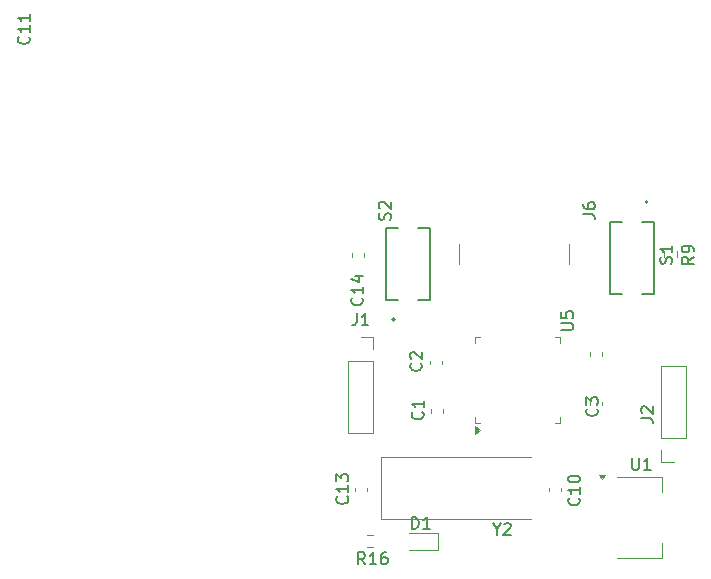
<source format=gbr>
%TF.GenerationSoftware,KiCad,Pcbnew,9.0.7*%
%TF.CreationDate,2026-02-19T19:24:31+05:30*%
%TF.ProjectId,pcb-n-as5600,7063622d-6e2d-4617-9335-3630302e6b69,rev?*%
%TF.SameCoordinates,Original*%
%TF.FileFunction,Legend,Top*%
%TF.FilePolarity,Positive*%
%FSLAX46Y46*%
G04 Gerber Fmt 4.6, Leading zero omitted, Abs format (unit mm)*
G04 Created by KiCad (PCBNEW 9.0.7) date 2026-02-19 19:24:31*
%MOMM*%
%LPD*%
G01*
G04 APERTURE LIST*
%ADD10C,0.150000*%
%ADD11C,0.120000*%
%ADD12C,0.127000*%
%ADD13C,0.200000*%
G04 APERTURE END LIST*
D10*
X144492080Y-89059166D02*
X144539700Y-89106785D01*
X144539700Y-89106785D02*
X144587319Y-89249642D01*
X144587319Y-89249642D02*
X144587319Y-89344880D01*
X144587319Y-89344880D02*
X144539700Y-89487737D01*
X144539700Y-89487737D02*
X144444461Y-89582975D01*
X144444461Y-89582975D02*
X144349223Y-89630594D01*
X144349223Y-89630594D02*
X144158747Y-89678213D01*
X144158747Y-89678213D02*
X144015890Y-89678213D01*
X144015890Y-89678213D02*
X143825414Y-89630594D01*
X143825414Y-89630594D02*
X143730176Y-89582975D01*
X143730176Y-89582975D02*
X143634938Y-89487737D01*
X143634938Y-89487737D02*
X143587319Y-89344880D01*
X143587319Y-89344880D02*
X143587319Y-89249642D01*
X143587319Y-89249642D02*
X143634938Y-89106785D01*
X143634938Y-89106785D02*
X143682557Y-89059166D01*
X144587319Y-88106785D02*
X144587319Y-88678213D01*
X144587319Y-88392499D02*
X143587319Y-88392499D01*
X143587319Y-88392499D02*
X143730176Y-88487737D01*
X143730176Y-88487737D02*
X143825414Y-88582975D01*
X143825414Y-88582975D02*
X143873033Y-88678213D01*
X143599405Y-98954819D02*
X143599405Y-97954819D01*
X143599405Y-97954819D02*
X143837500Y-97954819D01*
X143837500Y-97954819D02*
X143980357Y-98002438D01*
X143980357Y-98002438D02*
X144075595Y-98097676D01*
X144075595Y-98097676D02*
X144123214Y-98192914D01*
X144123214Y-98192914D02*
X144170833Y-98383390D01*
X144170833Y-98383390D02*
X144170833Y-98526247D01*
X144170833Y-98526247D02*
X144123214Y-98716723D01*
X144123214Y-98716723D02*
X144075595Y-98811961D01*
X144075595Y-98811961D02*
X143980357Y-98907200D01*
X143980357Y-98907200D02*
X143837500Y-98954819D01*
X143837500Y-98954819D02*
X143599405Y-98954819D01*
X145123214Y-98954819D02*
X144551786Y-98954819D01*
X144837500Y-98954819D02*
X144837500Y-97954819D01*
X144837500Y-97954819D02*
X144742262Y-98097676D01*
X144742262Y-98097676D02*
X144647024Y-98192914D01*
X144647024Y-98192914D02*
X144551786Y-98240533D01*
X111139580Y-57280357D02*
X111187200Y-57327976D01*
X111187200Y-57327976D02*
X111234819Y-57470833D01*
X111234819Y-57470833D02*
X111234819Y-57566071D01*
X111234819Y-57566071D02*
X111187200Y-57708928D01*
X111187200Y-57708928D02*
X111091961Y-57804166D01*
X111091961Y-57804166D02*
X110996723Y-57851785D01*
X110996723Y-57851785D02*
X110806247Y-57899404D01*
X110806247Y-57899404D02*
X110663390Y-57899404D01*
X110663390Y-57899404D02*
X110472914Y-57851785D01*
X110472914Y-57851785D02*
X110377676Y-57804166D01*
X110377676Y-57804166D02*
X110282438Y-57708928D01*
X110282438Y-57708928D02*
X110234819Y-57566071D01*
X110234819Y-57566071D02*
X110234819Y-57470833D01*
X110234819Y-57470833D02*
X110282438Y-57327976D01*
X110282438Y-57327976D02*
X110330057Y-57280357D01*
X111234819Y-56327976D02*
X111234819Y-56899404D01*
X111234819Y-56613690D02*
X110234819Y-56613690D01*
X110234819Y-56613690D02*
X110377676Y-56708928D01*
X110377676Y-56708928D02*
X110472914Y-56804166D01*
X110472914Y-56804166D02*
X110520533Y-56899404D01*
X111234819Y-55375595D02*
X111234819Y-55947023D01*
X111234819Y-55661309D02*
X110234819Y-55661309D01*
X110234819Y-55661309D02*
X110377676Y-55756547D01*
X110377676Y-55756547D02*
X110472914Y-55851785D01*
X110472914Y-55851785D02*
X110520533Y-55947023D01*
X141751666Y-72776938D02*
X141799285Y-72634081D01*
X141799285Y-72634081D02*
X141799285Y-72395986D01*
X141799285Y-72395986D02*
X141751666Y-72300748D01*
X141751666Y-72300748D02*
X141704046Y-72253129D01*
X141704046Y-72253129D02*
X141608808Y-72205510D01*
X141608808Y-72205510D02*
X141513570Y-72205510D01*
X141513570Y-72205510D02*
X141418332Y-72253129D01*
X141418332Y-72253129D02*
X141370713Y-72300748D01*
X141370713Y-72300748D02*
X141323094Y-72395986D01*
X141323094Y-72395986D02*
X141275475Y-72586462D01*
X141275475Y-72586462D02*
X141227856Y-72681700D01*
X141227856Y-72681700D02*
X141180237Y-72729319D01*
X141180237Y-72729319D02*
X141084999Y-72776938D01*
X141084999Y-72776938D02*
X140989761Y-72776938D01*
X140989761Y-72776938D02*
X140894523Y-72729319D01*
X140894523Y-72729319D02*
X140846904Y-72681700D01*
X140846904Y-72681700D02*
X140799285Y-72586462D01*
X140799285Y-72586462D02*
X140799285Y-72348367D01*
X140799285Y-72348367D02*
X140846904Y-72205510D01*
X140894523Y-71824557D02*
X140846904Y-71776938D01*
X140846904Y-71776938D02*
X140799285Y-71681700D01*
X140799285Y-71681700D02*
X140799285Y-71443605D01*
X140799285Y-71443605D02*
X140846904Y-71348367D01*
X140846904Y-71348367D02*
X140894523Y-71300748D01*
X140894523Y-71300748D02*
X140989761Y-71253129D01*
X140989761Y-71253129D02*
X141084999Y-71253129D01*
X141084999Y-71253129D02*
X141227856Y-71300748D01*
X141227856Y-71300748D02*
X141799285Y-71872176D01*
X141799285Y-71872176D02*
X141799285Y-71253129D01*
X165558200Y-76492270D02*
X165605819Y-76349413D01*
X165605819Y-76349413D02*
X165605819Y-76111318D01*
X165605819Y-76111318D02*
X165558200Y-76016080D01*
X165558200Y-76016080D02*
X165510580Y-75968461D01*
X165510580Y-75968461D02*
X165415342Y-75920842D01*
X165415342Y-75920842D02*
X165320104Y-75920842D01*
X165320104Y-75920842D02*
X165224866Y-75968461D01*
X165224866Y-75968461D02*
X165177247Y-76016080D01*
X165177247Y-76016080D02*
X165129628Y-76111318D01*
X165129628Y-76111318D02*
X165082009Y-76301794D01*
X165082009Y-76301794D02*
X165034390Y-76397032D01*
X165034390Y-76397032D02*
X164986771Y-76444651D01*
X164986771Y-76444651D02*
X164891533Y-76492270D01*
X164891533Y-76492270D02*
X164796295Y-76492270D01*
X164796295Y-76492270D02*
X164701057Y-76444651D01*
X164701057Y-76444651D02*
X164653438Y-76397032D01*
X164653438Y-76397032D02*
X164605819Y-76301794D01*
X164605819Y-76301794D02*
X164605819Y-76063699D01*
X164605819Y-76063699D02*
X164653438Y-75920842D01*
X165605819Y-74968461D02*
X165605819Y-75539889D01*
X165605819Y-75254175D02*
X164605819Y-75254175D01*
X164605819Y-75254175D02*
X164748676Y-75349413D01*
X164748676Y-75349413D02*
X164843914Y-75444651D01*
X164843914Y-75444651D02*
X164891533Y-75539889D01*
X158094819Y-72320833D02*
X158809104Y-72320833D01*
X158809104Y-72320833D02*
X158951961Y-72368452D01*
X158951961Y-72368452D02*
X159047200Y-72463690D01*
X159047200Y-72463690D02*
X159094819Y-72606547D01*
X159094819Y-72606547D02*
X159094819Y-72701785D01*
X158094819Y-71416071D02*
X158094819Y-71606547D01*
X158094819Y-71606547D02*
X158142438Y-71701785D01*
X158142438Y-71701785D02*
X158190057Y-71749404D01*
X158190057Y-71749404D02*
X158332914Y-71844642D01*
X158332914Y-71844642D02*
X158523390Y-71892261D01*
X158523390Y-71892261D02*
X158904342Y-71892261D01*
X158904342Y-71892261D02*
X158999580Y-71844642D01*
X158999580Y-71844642D02*
X159047200Y-71797023D01*
X159047200Y-71797023D02*
X159094819Y-71701785D01*
X159094819Y-71701785D02*
X159094819Y-71511309D01*
X159094819Y-71511309D02*
X159047200Y-71416071D01*
X159047200Y-71416071D02*
X158999580Y-71368452D01*
X158999580Y-71368452D02*
X158904342Y-71320833D01*
X158904342Y-71320833D02*
X158666247Y-71320833D01*
X158666247Y-71320833D02*
X158571009Y-71368452D01*
X158571009Y-71368452D02*
X158523390Y-71416071D01*
X158523390Y-71416071D02*
X158475771Y-71511309D01*
X158475771Y-71511309D02*
X158475771Y-71701785D01*
X158475771Y-71701785D02*
X158523390Y-71797023D01*
X158523390Y-71797023D02*
X158571009Y-71844642D01*
X158571009Y-71844642D02*
X158666247Y-71892261D01*
X163004819Y-89583333D02*
X163719104Y-89583333D01*
X163719104Y-89583333D02*
X163861961Y-89630952D01*
X163861961Y-89630952D02*
X163957200Y-89726190D01*
X163957200Y-89726190D02*
X164004819Y-89869047D01*
X164004819Y-89869047D02*
X164004819Y-89964285D01*
X163100057Y-89154761D02*
X163052438Y-89107142D01*
X163052438Y-89107142D02*
X163004819Y-89011904D01*
X163004819Y-89011904D02*
X163004819Y-88773809D01*
X163004819Y-88773809D02*
X163052438Y-88678571D01*
X163052438Y-88678571D02*
X163100057Y-88630952D01*
X163100057Y-88630952D02*
X163195295Y-88583333D01*
X163195295Y-88583333D02*
X163290533Y-88583333D01*
X163290533Y-88583333D02*
X163433390Y-88630952D01*
X163433390Y-88630952D02*
X164004819Y-89202380D01*
X164004819Y-89202380D02*
X164004819Y-88583333D01*
X150773809Y-98978628D02*
X150773809Y-99454819D01*
X150440476Y-98454819D02*
X150773809Y-98978628D01*
X150773809Y-98978628D02*
X151107142Y-98454819D01*
X151392857Y-98550057D02*
X151440476Y-98502438D01*
X151440476Y-98502438D02*
X151535714Y-98454819D01*
X151535714Y-98454819D02*
X151773809Y-98454819D01*
X151773809Y-98454819D02*
X151869047Y-98502438D01*
X151869047Y-98502438D02*
X151916666Y-98550057D01*
X151916666Y-98550057D02*
X151964285Y-98645295D01*
X151964285Y-98645295D02*
X151964285Y-98740533D01*
X151964285Y-98740533D02*
X151916666Y-98883390D01*
X151916666Y-98883390D02*
X151345238Y-99454819D01*
X151345238Y-99454819D02*
X151964285Y-99454819D01*
X139632142Y-101954819D02*
X139298809Y-101478628D01*
X139060714Y-101954819D02*
X139060714Y-100954819D01*
X139060714Y-100954819D02*
X139441666Y-100954819D01*
X139441666Y-100954819D02*
X139536904Y-101002438D01*
X139536904Y-101002438D02*
X139584523Y-101050057D01*
X139584523Y-101050057D02*
X139632142Y-101145295D01*
X139632142Y-101145295D02*
X139632142Y-101288152D01*
X139632142Y-101288152D02*
X139584523Y-101383390D01*
X139584523Y-101383390D02*
X139536904Y-101431009D01*
X139536904Y-101431009D02*
X139441666Y-101478628D01*
X139441666Y-101478628D02*
X139060714Y-101478628D01*
X140584523Y-101954819D02*
X140013095Y-101954819D01*
X140298809Y-101954819D02*
X140298809Y-100954819D01*
X140298809Y-100954819D02*
X140203571Y-101097676D01*
X140203571Y-101097676D02*
X140108333Y-101192914D01*
X140108333Y-101192914D02*
X140013095Y-101240533D01*
X141441666Y-100954819D02*
X141251190Y-100954819D01*
X141251190Y-100954819D02*
X141155952Y-101002438D01*
X141155952Y-101002438D02*
X141108333Y-101050057D01*
X141108333Y-101050057D02*
X141013095Y-101192914D01*
X141013095Y-101192914D02*
X140965476Y-101383390D01*
X140965476Y-101383390D02*
X140965476Y-101764342D01*
X140965476Y-101764342D02*
X141013095Y-101859580D01*
X141013095Y-101859580D02*
X141060714Y-101907200D01*
X141060714Y-101907200D02*
X141155952Y-101954819D01*
X141155952Y-101954819D02*
X141346428Y-101954819D01*
X141346428Y-101954819D02*
X141441666Y-101907200D01*
X141441666Y-101907200D02*
X141489285Y-101859580D01*
X141489285Y-101859580D02*
X141536904Y-101764342D01*
X141536904Y-101764342D02*
X141536904Y-101526247D01*
X141536904Y-101526247D02*
X141489285Y-101431009D01*
X141489285Y-101431009D02*
X141441666Y-101383390D01*
X141441666Y-101383390D02*
X141346428Y-101335771D01*
X141346428Y-101335771D02*
X141155952Y-101335771D01*
X141155952Y-101335771D02*
X141060714Y-101383390D01*
X141060714Y-101383390D02*
X141013095Y-101431009D01*
X141013095Y-101431009D02*
X140965476Y-101526247D01*
X159251366Y-88779166D02*
X159298986Y-88826785D01*
X159298986Y-88826785D02*
X159346605Y-88969642D01*
X159346605Y-88969642D02*
X159346605Y-89064880D01*
X159346605Y-89064880D02*
X159298986Y-89207737D01*
X159298986Y-89207737D02*
X159203747Y-89302975D01*
X159203747Y-89302975D02*
X159108509Y-89350594D01*
X159108509Y-89350594D02*
X158918033Y-89398213D01*
X158918033Y-89398213D02*
X158775176Y-89398213D01*
X158775176Y-89398213D02*
X158584700Y-89350594D01*
X158584700Y-89350594D02*
X158489462Y-89302975D01*
X158489462Y-89302975D02*
X158394224Y-89207737D01*
X158394224Y-89207737D02*
X158346605Y-89064880D01*
X158346605Y-89064880D02*
X158346605Y-88969642D01*
X158346605Y-88969642D02*
X158394224Y-88826785D01*
X158394224Y-88826785D02*
X158441843Y-88779166D01*
X158346605Y-88445832D02*
X158346605Y-87826785D01*
X158346605Y-87826785D02*
X158727557Y-88160118D01*
X158727557Y-88160118D02*
X158727557Y-88017261D01*
X158727557Y-88017261D02*
X158775176Y-87922023D01*
X158775176Y-87922023D02*
X158822795Y-87874404D01*
X158822795Y-87874404D02*
X158918033Y-87826785D01*
X158918033Y-87826785D02*
X159156128Y-87826785D01*
X159156128Y-87826785D02*
X159251366Y-87874404D01*
X159251366Y-87874404D02*
X159298986Y-87922023D01*
X159298986Y-87922023D02*
X159346605Y-88017261D01*
X159346605Y-88017261D02*
X159346605Y-88302975D01*
X159346605Y-88302975D02*
X159298986Y-88398213D01*
X159298986Y-88398213D02*
X159251366Y-88445832D01*
X144355652Y-84946666D02*
X144403272Y-84994285D01*
X144403272Y-84994285D02*
X144450891Y-85137142D01*
X144450891Y-85137142D02*
X144450891Y-85232380D01*
X144450891Y-85232380D02*
X144403272Y-85375237D01*
X144403272Y-85375237D02*
X144308033Y-85470475D01*
X144308033Y-85470475D02*
X144212795Y-85518094D01*
X144212795Y-85518094D02*
X144022319Y-85565713D01*
X144022319Y-85565713D02*
X143879462Y-85565713D01*
X143879462Y-85565713D02*
X143688986Y-85518094D01*
X143688986Y-85518094D02*
X143593748Y-85470475D01*
X143593748Y-85470475D02*
X143498510Y-85375237D01*
X143498510Y-85375237D02*
X143450891Y-85232380D01*
X143450891Y-85232380D02*
X143450891Y-85137142D01*
X143450891Y-85137142D02*
X143498510Y-84994285D01*
X143498510Y-84994285D02*
X143546129Y-84946666D01*
X143546129Y-84565713D02*
X143498510Y-84518094D01*
X143498510Y-84518094D02*
X143450891Y-84422856D01*
X143450891Y-84422856D02*
X143450891Y-84184761D01*
X143450891Y-84184761D02*
X143498510Y-84089523D01*
X143498510Y-84089523D02*
X143546129Y-84041904D01*
X143546129Y-84041904D02*
X143641367Y-83994285D01*
X143641367Y-83994285D02*
X143736605Y-83994285D01*
X143736605Y-83994285D02*
X143879462Y-84041904D01*
X143879462Y-84041904D02*
X144450891Y-84613332D01*
X144450891Y-84613332D02*
X144450891Y-83994285D01*
X167454819Y-75916666D02*
X166978628Y-76249999D01*
X167454819Y-76488094D02*
X166454819Y-76488094D01*
X166454819Y-76488094D02*
X166454819Y-76107142D01*
X166454819Y-76107142D02*
X166502438Y-76011904D01*
X166502438Y-76011904D02*
X166550057Y-75964285D01*
X166550057Y-75964285D02*
X166645295Y-75916666D01*
X166645295Y-75916666D02*
X166788152Y-75916666D01*
X166788152Y-75916666D02*
X166883390Y-75964285D01*
X166883390Y-75964285D02*
X166931009Y-76011904D01*
X166931009Y-76011904D02*
X166978628Y-76107142D01*
X166978628Y-76107142D02*
X166978628Y-76488094D01*
X167454819Y-75440475D02*
X167454819Y-75249999D01*
X167454819Y-75249999D02*
X167407200Y-75154761D01*
X167407200Y-75154761D02*
X167359580Y-75107142D01*
X167359580Y-75107142D02*
X167216723Y-75011904D01*
X167216723Y-75011904D02*
X167026247Y-74964285D01*
X167026247Y-74964285D02*
X166645295Y-74964285D01*
X166645295Y-74964285D02*
X166550057Y-75011904D01*
X166550057Y-75011904D02*
X166502438Y-75059523D01*
X166502438Y-75059523D02*
X166454819Y-75154761D01*
X166454819Y-75154761D02*
X166454819Y-75345237D01*
X166454819Y-75345237D02*
X166502438Y-75440475D01*
X166502438Y-75440475D02*
X166550057Y-75488094D01*
X166550057Y-75488094D02*
X166645295Y-75535713D01*
X166645295Y-75535713D02*
X166883390Y-75535713D01*
X166883390Y-75535713D02*
X166978628Y-75488094D01*
X166978628Y-75488094D02*
X167026247Y-75440475D01*
X167026247Y-75440475D02*
X167073866Y-75345237D01*
X167073866Y-75345237D02*
X167073866Y-75154761D01*
X167073866Y-75154761D02*
X167026247Y-75059523D01*
X167026247Y-75059523D02*
X166978628Y-75011904D01*
X166978628Y-75011904D02*
X166883390Y-74964285D01*
X138916666Y-80704819D02*
X138916666Y-81419104D01*
X138916666Y-81419104D02*
X138869047Y-81561961D01*
X138869047Y-81561961D02*
X138773809Y-81657200D01*
X138773809Y-81657200D02*
X138630952Y-81704819D01*
X138630952Y-81704819D02*
X138535714Y-81704819D01*
X139916666Y-81704819D02*
X139345238Y-81704819D01*
X139630952Y-81704819D02*
X139630952Y-80704819D01*
X139630952Y-80704819D02*
X139535714Y-80847676D01*
X139535714Y-80847676D02*
X139440476Y-80942914D01*
X139440476Y-80942914D02*
X139345238Y-80990533D01*
X162238095Y-92954819D02*
X162238095Y-93764342D01*
X162238095Y-93764342D02*
X162285714Y-93859580D01*
X162285714Y-93859580D02*
X162333333Y-93907200D01*
X162333333Y-93907200D02*
X162428571Y-93954819D01*
X162428571Y-93954819D02*
X162619047Y-93954819D01*
X162619047Y-93954819D02*
X162714285Y-93907200D01*
X162714285Y-93907200D02*
X162761904Y-93859580D01*
X162761904Y-93859580D02*
X162809523Y-93764342D01*
X162809523Y-93764342D02*
X162809523Y-92954819D01*
X163809523Y-93954819D02*
X163238095Y-93954819D01*
X163523809Y-93954819D02*
X163523809Y-92954819D01*
X163523809Y-92954819D02*
X163428571Y-93097676D01*
X163428571Y-93097676D02*
X163333333Y-93192914D01*
X163333333Y-93192914D02*
X163238095Y-93240533D01*
X156257307Y-82111904D02*
X157066830Y-82111904D01*
X157066830Y-82111904D02*
X157162068Y-82064285D01*
X157162068Y-82064285D02*
X157209688Y-82016666D01*
X157209688Y-82016666D02*
X157257307Y-81921428D01*
X157257307Y-81921428D02*
X157257307Y-81730952D01*
X157257307Y-81730952D02*
X157209688Y-81635714D01*
X157209688Y-81635714D02*
X157162068Y-81588095D01*
X157162068Y-81588095D02*
X157066830Y-81540476D01*
X157066830Y-81540476D02*
X156257307Y-81540476D01*
X156257307Y-80588095D02*
X156257307Y-81064285D01*
X156257307Y-81064285D02*
X156733497Y-81111904D01*
X156733497Y-81111904D02*
X156685878Y-81064285D01*
X156685878Y-81064285D02*
X156638259Y-80969047D01*
X156638259Y-80969047D02*
X156638259Y-80730952D01*
X156638259Y-80730952D02*
X156685878Y-80635714D01*
X156685878Y-80635714D02*
X156733497Y-80588095D01*
X156733497Y-80588095D02*
X156828735Y-80540476D01*
X156828735Y-80540476D02*
X157066830Y-80540476D01*
X157066830Y-80540476D02*
X157162068Y-80588095D01*
X157162068Y-80588095D02*
X157209688Y-80635714D01*
X157209688Y-80635714D02*
X157257307Y-80730952D01*
X157257307Y-80730952D02*
X157257307Y-80969047D01*
X157257307Y-80969047D02*
X157209688Y-81064285D01*
X157209688Y-81064285D02*
X157162068Y-81111904D01*
X138109580Y-96212857D02*
X138157200Y-96260476D01*
X138157200Y-96260476D02*
X138204819Y-96403333D01*
X138204819Y-96403333D02*
X138204819Y-96498571D01*
X138204819Y-96498571D02*
X138157200Y-96641428D01*
X138157200Y-96641428D02*
X138061961Y-96736666D01*
X138061961Y-96736666D02*
X137966723Y-96784285D01*
X137966723Y-96784285D02*
X137776247Y-96831904D01*
X137776247Y-96831904D02*
X137633390Y-96831904D01*
X137633390Y-96831904D02*
X137442914Y-96784285D01*
X137442914Y-96784285D02*
X137347676Y-96736666D01*
X137347676Y-96736666D02*
X137252438Y-96641428D01*
X137252438Y-96641428D02*
X137204819Y-96498571D01*
X137204819Y-96498571D02*
X137204819Y-96403333D01*
X137204819Y-96403333D02*
X137252438Y-96260476D01*
X137252438Y-96260476D02*
X137300057Y-96212857D01*
X138204819Y-95260476D02*
X138204819Y-95831904D01*
X138204819Y-95546190D02*
X137204819Y-95546190D01*
X137204819Y-95546190D02*
X137347676Y-95641428D01*
X137347676Y-95641428D02*
X137442914Y-95736666D01*
X137442914Y-95736666D02*
X137490533Y-95831904D01*
X137204819Y-94927142D02*
X137204819Y-94308095D01*
X137204819Y-94308095D02*
X137585771Y-94641428D01*
X137585771Y-94641428D02*
X137585771Y-94498571D01*
X137585771Y-94498571D02*
X137633390Y-94403333D01*
X137633390Y-94403333D02*
X137681009Y-94355714D01*
X137681009Y-94355714D02*
X137776247Y-94308095D01*
X137776247Y-94308095D02*
X138014342Y-94308095D01*
X138014342Y-94308095D02*
X138109580Y-94355714D01*
X138109580Y-94355714D02*
X138157200Y-94403333D01*
X138157200Y-94403333D02*
X138204819Y-94498571D01*
X138204819Y-94498571D02*
X138204819Y-94784285D01*
X138204819Y-94784285D02*
X138157200Y-94879523D01*
X138157200Y-94879523D02*
X138109580Y-94927142D01*
X139359580Y-79392857D02*
X139407200Y-79440476D01*
X139407200Y-79440476D02*
X139454819Y-79583333D01*
X139454819Y-79583333D02*
X139454819Y-79678571D01*
X139454819Y-79678571D02*
X139407200Y-79821428D01*
X139407200Y-79821428D02*
X139311961Y-79916666D01*
X139311961Y-79916666D02*
X139216723Y-79964285D01*
X139216723Y-79964285D02*
X139026247Y-80011904D01*
X139026247Y-80011904D02*
X138883390Y-80011904D01*
X138883390Y-80011904D02*
X138692914Y-79964285D01*
X138692914Y-79964285D02*
X138597676Y-79916666D01*
X138597676Y-79916666D02*
X138502438Y-79821428D01*
X138502438Y-79821428D02*
X138454819Y-79678571D01*
X138454819Y-79678571D02*
X138454819Y-79583333D01*
X138454819Y-79583333D02*
X138502438Y-79440476D01*
X138502438Y-79440476D02*
X138550057Y-79392857D01*
X139454819Y-78440476D02*
X139454819Y-79011904D01*
X139454819Y-78726190D02*
X138454819Y-78726190D01*
X138454819Y-78726190D02*
X138597676Y-78821428D01*
X138597676Y-78821428D02*
X138692914Y-78916666D01*
X138692914Y-78916666D02*
X138740533Y-79011904D01*
X138788152Y-77583333D02*
X139454819Y-77583333D01*
X138407200Y-77821428D02*
X139121485Y-78059523D01*
X139121485Y-78059523D02*
X139121485Y-77440476D01*
X157727080Y-96350357D02*
X157774700Y-96397976D01*
X157774700Y-96397976D02*
X157822319Y-96540833D01*
X157822319Y-96540833D02*
X157822319Y-96636071D01*
X157822319Y-96636071D02*
X157774700Y-96778928D01*
X157774700Y-96778928D02*
X157679461Y-96874166D01*
X157679461Y-96874166D02*
X157584223Y-96921785D01*
X157584223Y-96921785D02*
X157393747Y-96969404D01*
X157393747Y-96969404D02*
X157250890Y-96969404D01*
X157250890Y-96969404D02*
X157060414Y-96921785D01*
X157060414Y-96921785D02*
X156965176Y-96874166D01*
X156965176Y-96874166D02*
X156869938Y-96778928D01*
X156869938Y-96778928D02*
X156822319Y-96636071D01*
X156822319Y-96636071D02*
X156822319Y-96540833D01*
X156822319Y-96540833D02*
X156869938Y-96397976D01*
X156869938Y-96397976D02*
X156917557Y-96350357D01*
X157822319Y-95397976D02*
X157822319Y-95969404D01*
X157822319Y-95683690D02*
X156822319Y-95683690D01*
X156822319Y-95683690D02*
X156965176Y-95778928D01*
X156965176Y-95778928D02*
X157060414Y-95874166D01*
X157060414Y-95874166D02*
X157108033Y-95969404D01*
X156822319Y-94778928D02*
X156822319Y-94683690D01*
X156822319Y-94683690D02*
X156869938Y-94588452D01*
X156869938Y-94588452D02*
X156917557Y-94540833D01*
X156917557Y-94540833D02*
X157012795Y-94493214D01*
X157012795Y-94493214D02*
X157203271Y-94445595D01*
X157203271Y-94445595D02*
X157441366Y-94445595D01*
X157441366Y-94445595D02*
X157631842Y-94493214D01*
X157631842Y-94493214D02*
X157727080Y-94540833D01*
X157727080Y-94540833D02*
X157774700Y-94588452D01*
X157774700Y-94588452D02*
X157822319Y-94683690D01*
X157822319Y-94683690D02*
X157822319Y-94778928D01*
X157822319Y-94778928D02*
X157774700Y-94874166D01*
X157774700Y-94874166D02*
X157727080Y-94921785D01*
X157727080Y-94921785D02*
X157631842Y-94969404D01*
X157631842Y-94969404D02*
X157441366Y-95017023D01*
X157441366Y-95017023D02*
X157203271Y-95017023D01*
X157203271Y-95017023D02*
X157012795Y-94969404D01*
X157012795Y-94969404D02*
X156917557Y-94921785D01*
X156917557Y-94921785D02*
X156869938Y-94874166D01*
X156869938Y-94874166D02*
X156822319Y-94778928D01*
D11*
%TO.C,C1*%
X146260000Y-89108767D02*
X146260000Y-88816233D01*
X145240000Y-89108767D02*
X145240000Y-88816233D01*
%TO.C,D1*%
X145785000Y-100735000D02*
X145785000Y-99265000D01*
X145785000Y-99265000D02*
X143325000Y-99265000D01*
X143325000Y-100735000D02*
X145785000Y-100735000D01*
%TO.C,C11*%
X159720000Y-84283767D02*
X159720000Y-83991233D01*
X158700000Y-84283767D02*
X158700000Y-83991233D01*
D12*
%TO.C,S2*%
X141400000Y-73450000D02*
X142400000Y-73450000D01*
X141400000Y-79550000D02*
X141400000Y-73450000D01*
X142400000Y-79550000D02*
X141400000Y-79550000D01*
X144100000Y-79550000D02*
X145100000Y-79550000D01*
X145100000Y-73450000D02*
X144100000Y-73450000D01*
X145100000Y-79550000D02*
X145100000Y-73450000D01*
D13*
X142140000Y-81220000D02*
G75*
G02*
X141940000Y-81220000I-100000J0D01*
G01*
X141940000Y-81220000D02*
G75*
G02*
X142140000Y-81220000I100000J0D01*
G01*
D12*
%TO.C,S1*%
X160400000Y-72950000D02*
X160400000Y-79050000D01*
X160400000Y-79050000D02*
X161400000Y-79050000D01*
X161400000Y-72950000D02*
X160400000Y-72950000D01*
X163100000Y-72950000D02*
X164100000Y-72950000D01*
X164100000Y-72950000D02*
X164100000Y-79050000D01*
X164100000Y-79050000D02*
X163100000Y-79050000D01*
D13*
X163560000Y-71280000D02*
G75*
G02*
X163360000Y-71280000I-100000J0D01*
G01*
X163360000Y-71280000D02*
G75*
G02*
X163560000Y-71280000I100000J0D01*
G01*
D11*
%TO.C,J6*%
X147580000Y-74850000D02*
X147580000Y-76550000D01*
X156920000Y-74850000D02*
X156920000Y-76550000D01*
%TO.C,J2*%
X166810000Y-91250000D02*
X166810000Y-85190000D01*
X166810000Y-91250000D02*
X164690000Y-91250000D01*
X166810000Y-85190000D02*
X164690000Y-85190000D01*
X165750000Y-93310000D02*
X164690000Y-93310000D01*
X164690000Y-93310000D02*
X164690000Y-92250000D01*
X164690000Y-91250000D02*
X164690000Y-85190000D01*
%TO.C,Y2*%
X153710000Y-92890000D02*
X140990000Y-92890000D01*
X140990000Y-98110000D02*
X153710000Y-98110000D01*
X140990000Y-92890000D02*
X140990000Y-98110000D01*
%TO.C,R16*%
X140342224Y-100522500D02*
X139832776Y-100522500D01*
X140342224Y-99477500D02*
X139832776Y-99477500D01*
%TO.C,C3*%
X159720000Y-88216233D02*
X159720000Y-88508767D01*
X158700000Y-88216233D02*
X158700000Y-88508767D01*
%TO.C,C2*%
X146123572Y-84996267D02*
X146123572Y-84703733D01*
X145103572Y-84996267D02*
X145103572Y-84703733D01*
%TO.C,R9*%
X166022500Y-75407776D02*
X166022500Y-75917224D01*
X164977500Y-75407776D02*
X164977500Y-75917224D01*
%TO.C,J1*%
X138190000Y-84750000D02*
X138190000Y-90810000D01*
X138190000Y-84750000D02*
X140310000Y-84750000D01*
X138190000Y-90810000D02*
X140310000Y-90810000D01*
X139250000Y-82690000D02*
X140310000Y-82690000D01*
X140310000Y-82690000D02*
X140310000Y-83750000D01*
X140310000Y-84750000D02*
X140310000Y-90810000D01*
%TO.C,U1*%
X161000000Y-94590000D02*
X164760000Y-94590000D01*
X161000000Y-101410000D02*
X164760000Y-101410000D01*
X164760000Y-94590000D02*
X164760000Y-95850000D01*
X164760000Y-101410000D02*
X164760000Y-100150000D01*
X159720000Y-94690000D02*
X159480000Y-94360000D01*
X159960000Y-94360000D01*
X159720000Y-94690000D01*
G36*
X159720000Y-94690000D02*
G01*
X159480000Y-94360000D01*
X159960000Y-94360000D01*
X159720000Y-94690000D01*
G37*
%TO.C,U5*%
X148937888Y-82740000D02*
X149387888Y-82740000D01*
X148937888Y-83190000D02*
X148937888Y-82740000D01*
X148937888Y-89960000D02*
X148937888Y-89510000D01*
X149387888Y-89960000D02*
X148937888Y-89960000D01*
X155707888Y-82740000D02*
X156157888Y-82740000D01*
X156157888Y-82740000D02*
X156157888Y-83190000D01*
X156157888Y-89510000D02*
X156157888Y-89960000D01*
X156157888Y-89960000D02*
X155707888Y-89960000D01*
X149387888Y-90600000D02*
X148917888Y-90940000D01*
X148917888Y-90260000D01*
X149387888Y-90600000D01*
G36*
X149387888Y-90600000D02*
G01*
X148917888Y-90940000D01*
X148917888Y-90260000D01*
X149387888Y-90600000D01*
G37*
%TO.C,C13*%
X139760000Y-95491233D02*
X139760000Y-95783767D01*
X138740000Y-95491233D02*
X138740000Y-95783767D01*
%TO.C,C14*%
X139510000Y-75603733D02*
X139510000Y-75896267D01*
X138490000Y-75603733D02*
X138490000Y-75896267D01*
%TO.C,C10*%
X156260000Y-95491233D02*
X156260000Y-95783767D01*
X155240000Y-95491233D02*
X155240000Y-95783767D01*
%TD*%
M02*

</source>
